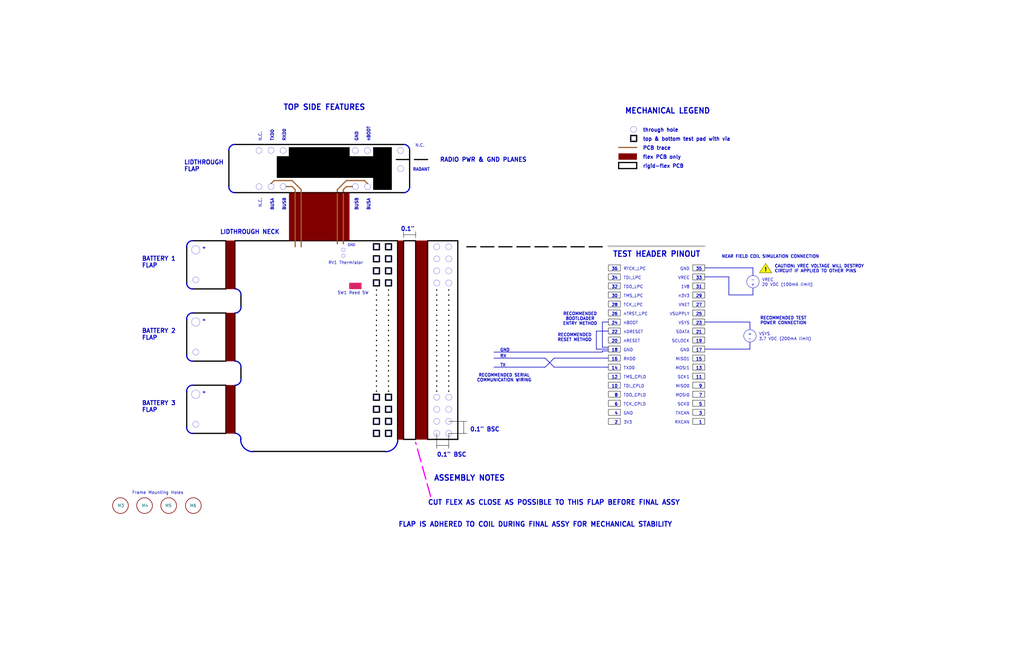
<source format=kicad_sch>
(kicad_sch (version 20231120) (generator "eeschema") (generator_version "8.0")
  (paper "B")
  (title_block (rev "-"))
  (lib_symbols
    (symbol "NNPS:Hole_4mm" (in_bom no)
      (property "Reference" "M" (at 0 0 0))
      (symbol "Hole_4mm_1_1"
        (circle (center 0 0) (radius 3.3118) (stroke (width 0.254)))
      )
    )
  )
  (polyline (pts (xy 106.68 190.5) (xy 162.56 190.5)) (stroke (width 0.508) (type solid) (color 0 0 0 1)))
  (polyline (pts (xy 153.67 76.2) (xy 146.05 76.2)) (stroke (width 0.508) (type solid) (color 159 97 46 1)))
  (polyline (pts (xy 96.52 78.74) (xy 96.52 63.5)) (stroke (width 0.508) (type solid) (color 0 0 0 1)))
  (polyline (pts (xy 193.04 185.42) (xy 193.04 101.6)) (stroke (width 0.508) (type solid) (color 0 0 0 1)))
  (polyline (pts (xy 251.46 139.7) (xy 251.46 147.32)) (stroke (width 0.254)))
  (polyline (pts (xy 184.15 165.1) (xy 184.15 121.92)) (stroke (width 0.508) (type dot) (color 0 0 0 1)))
  (polyline (pts (xy 317.5 121.666) (xy 317.5 124.46)) (stroke (width 0.254)))
  (polyline (pts (xy 268.478 62.23) (xy 260.858 62.23)) (stroke (width 0.508) (type solid) (color 159 97 46 1)))
  (polyline (pts (xy 78.74 119.38) (xy 78.74 104.14)) (stroke (width 0.508) (type solid) (color 0 0 0 1)))
  (polyline (pts (xy 154.94 77.47) (xy 153.67 76.2)) (stroke (width 0.508) (type solid) (color 159 97 46 1)))
  (polyline (pts (xy 316.23 135.89) (xy 316.23 138.938)) (stroke (width 0.254)))
  (polyline (pts (xy 189.23 189.23) (xy 189.23 182.88)) (stroke (width 0) (type solid) (color 0 0 0 1)))
  (polyline (pts (xy 95.25 121.92) (xy 95.25 101.6)) (stroke (width 0.508) (type solid) (color 0 0 0 1)))
  (polyline (pts (xy 228.6 151.13) (xy 229.87 151.13)) (stroke (width 0.254)))
  (polyline (pts (xy 251.46 147.32) (xy 256.54 147.32)) (stroke (width 0.254)))
  (polyline (pts (xy 148.59 78.74) (xy 146.05 78.74)) (stroke (width 0.508) (type solid) (color 159 97 46 1)))
  (polyline (pts (xy 254 135.89) (xy 256.54 135.89)) (stroke (width 0.254)))
  (polyline (pts (xy 127 104.14) (xy 127 80.01)) (stroke (width 0.508) (type solid) (color 159 97 46 1)))
  (polyline (pts (xy 175.26 99.06) (xy 170.18 99.06)) (stroke (width 0) (type solid) (color 0 0 0 1)))
  (polyline (pts (xy 123.19 76.2) (xy 115.57 76.2)) (stroke (width 0.508) (type solid) (color 159 97 46 1)))
  (polyline (pts (xy 123.19 78.74) (xy 120.65 78.74)) (stroke (width 0.508) (type solid) (color 159 97 46 1)))
  (polyline (pts (xy 254 148.59) (xy 254 148.082)) (stroke (width 0.254)))
  (polyline (pts (xy 228.6 154.94) (xy 229.87 154.94)) (stroke (width 0.254)))
  (polyline (pts (xy 167.64 185.42) (xy 167.64 101.6)) (stroke (width 0.508) (type solid) (color 0 0 0 1)))
  (polyline (pts (xy 184.15 189.23) (xy 184.15 182.88)) (stroke (width 0) (type solid) (color 0 0 0 1)))
  (polyline (pts (xy 254 135.89) (xy 254 146.558)) (stroke (width 0.254)))
  (polyline (pts (xy 208.28 148.59) (xy 254 148.59)) (stroke (width 0.254)))
  (polyline (pts (xy 196.85 182.88) (xy 189.23 182.88)) (stroke (width 0) (type solid) (color 0 0 0 1)))
  (polyline (pts (xy 99.06 60.96) (xy 170.18 60.96)) (stroke (width 0.508) (type solid) (color 0 0 0 1)))
  (polyline (pts (xy 170.18 185.42) (xy 170.18 101.6)) (stroke (width 0.508) (type solid) (color 0 0 0 1)))
  (polyline (pts (xy 208.28 154.94) (xy 228.6 154.94)) (stroke (width 0.254)))
  (polyline (pts (xy 99.06 101.6) (xy 167.64 101.6)) (stroke (width 0.508) (type solid) (color 0 0 0 1)))
  (polyline (pts (xy 95.25 182.88) (xy 95.25 162.56)) (stroke (width 0.508) (type solid) (color 0 0 0 1)))
  (polyline (pts (xy 101.6 129.54) (xy 101.6 124.46)) (stroke (width 0.508) (type solid) (color 0 0 0 1)))
  (polyline (pts (xy 317.5 124.46) (xy 307.34 124.46)) (stroke (width 0.254)))
  (polyline (pts (xy 170.18 185.42) (xy 175.26 185.42)) (stroke (width 0.508) (type solid) (color 0 0 0 1)))
  (polyline (pts (xy 233.68 154.94) (xy 256.54 154.94)) (stroke (width 0.254)))
  (polyline (pts (xy 95.25 152.4) (xy 95.25 132.08)) (stroke (width 0.508) (type solid) (color 0 0 0 1)))
  (polyline (pts (xy 81.28 121.92) (xy 95.25 121.92)) (stroke (width 0.508) (type solid) (color 0 0 0 1)))
  (polyline (pts (xy 297.18 135.89) (xy 316.23 135.89)) (stroke (width 0.254)))
  (polyline (pts (xy 189.23 165.1) (xy 189.23 121.92)) (stroke (width 0.508) (type dot) (color 0 0 0 1)))
  (polyline (pts (xy 123.19 78.74) (xy 124.46 80.01)) (stroke (width 0.508) (type solid) (color 159 97 46 1)))
  (polyline (pts (xy 170.18 101.6) (xy 175.26 101.6)) (stroke (width 0.508) (type solid) (color 0 0 0 1)))
  (polyline (pts (xy 320.294 115.062) (xy 325.374 115.062)) (stroke (width 0.254) (type solid) (color 0 0 0 1)))
  (polyline (pts (xy 322.834 111.252) (xy 320.294 115.062)) (stroke (width 0.254) (type solid) (color 0 0 0 1)))
  (polyline (pts (xy 81.28 162.56) (xy 95.25 162.56)) (stroke (width 0.508) (type solid) (color 0 0 0 1)))
  (polyline (pts (xy 195.58 177.8) (xy 195.58 182.88)) (stroke (width 0) (type solid) (color 0 0 0 1)))
  (polyline (pts (xy 268.478 68.58) (xy 260.858 68.58)) (stroke (width 0.508) (type solid) (color 0 0 0 1)))
  (polyline (pts (xy 81.28 182.88) (xy 95.25 182.88)) (stroke (width 0.508) (type solid) (color 0 0 0 1)))
  (polyline (pts (xy 297.18 113.03) (xy 317.5 113.03)) (stroke (width 0.254)))
  (polyline (pts (xy 99.06 121.92) (xy 99.06 101.6)) (stroke (width 0.508) (type solid) (color 0 0 0 1)))
  (polyline (pts (xy 260.858 71.12) (xy 260.858 68.58)) (stroke (width 0.508) (type solid) (color 0 0 0 1)))
  (polyline (pts (xy 81.28 152.4) (xy 95.25 152.4)) (stroke (width 0.508) (type solid) (color 0 0 0 1)))
  (polyline (pts (xy 142.24 102.87) (xy 142.24 80.01)) (stroke (width 0.508) (type solid) (color 159 97 46 1)))
  (polyline (pts (xy 123.19 76.2) (xy 127 80.01)) (stroke (width 0.508) (type solid) (color 159 97 46 1)))
  (polyline (pts (xy 180.34 67.31) (xy 166.37 67.31)) (stroke (width 0.508) (type dash) (color 0 0 0 1)))
  (polyline (pts (xy 144.78 102.87) (xy 144.78 80.01)) (stroke (width 0.508) (type solid) (color 159 97 46 1)))
  (polyline (pts (xy 189.23 187.96) (xy 184.15 187.96)) (stroke (width 0) (type solid) (color 0 0 0 1)))
  (polyline (pts (xy 81.28 132.08) (xy 95.25 132.08)) (stroke (width 0.508) (type solid) (color 0 0 0 1)))
  (polyline (pts (xy 297.18 116.84) (xy 307.34 116.84)) (stroke (width 0.254)))
  (polyline (pts (xy 297.18 147.32) (xy 316.23 147.32)) (stroke (width 0.254)))
  (polyline (pts (xy 99.06 182.88) (xy 99.06 162.56)) (stroke (width 0.508) (type solid) (color 0 0 0 1)))
  (polyline (pts (xy 254 146.558) (xy 256.54 146.558)) (stroke (width 0.254)))
  (polyline (pts (xy 163.83 165.1) (xy 163.83 121.92)) (stroke (width 0.508) (type dot) (color 0 0 0 1)))
  (polyline (pts (xy 99.06 152.4) (xy 99.06 132.08)) (stroke (width 0.508) (type solid) (color 0 0 0 1)))
  (polyline (pts (xy 297.18 103.886) (xy 256.54 103.886)) (stroke (width 0.762) (type solid) (color 192 192 192 1)))
  (polyline (pts (xy 101.6 160.02) (xy 101.6 154.94)) (stroke (width 0.508) (type solid) (color 0 0 0 1)))
  (polyline (pts (xy 316.23 144.526) (xy 316.23 147.32)) (stroke (width 0.254)))
  (polyline (pts (xy 180.34 101.6) (xy 193.04 101.6)) (stroke (width 0.508) (type solid) (color 0 0 0 1)))
  (polyline (pts (xy 172.72 78.74) (xy 172.72 63.5)) (stroke (width 0.508) (type solid) (color 0 0 0 1)))
  (polyline (pts (xy 146.05 76.2) (xy 142.24 80.01)) (stroke (width 0.508) (type solid) (color 159 97 46 1)))
  (polyline (pts (xy 322.834 111.252) (xy 325.374 115.062)) (stroke (width 0.254) (type solid) (color 0 0 0 1)))
  (polyline (pts (xy 124.46 104.14) (xy 124.46 80.01)) (stroke (width 0.508) (type solid) (color 159 97 46 1)))
  (polyline (pts (xy 180.34 185.42) (xy 180.34 101.6)) (stroke (width 0.508) (type solid) (color 0 0 0 1)))
  (polyline (pts (xy 208.28 151.13) (xy 228.6 151.13)) (stroke (width 0.254)))
  (polyline (pts (xy 268.478 71.12) (xy 268.478 68.58)) (stroke (width 0.508) (type solid) (color 0 0 0 1)))
  (polyline (pts (xy 175.26 185.42) (xy 175.26 101.6)) (stroke (width 0.508) (type solid) (color 0 0 0 1)))
  (polyline (pts (xy 78.74 180.34) (xy 78.74 165.1)) (stroke (width 0.508) (type solid) (color 0 0 0 1)))
  (polyline (pts (xy 233.68 151.13) (xy 256.54 151.13)) (stroke (width 0.254)))
  (polyline (pts (xy 158.75 165.1) (xy 158.75 121.92)) (stroke (width 0.508) (type dot) (color 0 0 0 1)))
  (polyline (pts (xy 99.06 81.28) (xy 170.18 81.28)) (stroke (width 0.508) (type solid) (color 0 0 0 1)))
  (polyline (pts (xy 181.61 209.55) (xy 175.26 186.69)) (stroke (width 0.508) (type dash) (color 255 0 255 1)))
  (polyline (pts (xy 114.3 77.47) (xy 115.57 76.2)) (stroke (width 0.508) (type solid) (color 159 97 46 1)))
  (polyline (pts (xy 251.46 139.7) (xy 256.54 139.7)) (stroke (width 0.254)))
  (polyline (pts (xy 317.5 113.03) (xy 317.5 116.078)) (stroke (width 0.254)))
  (polyline (pts (xy 268.478 71.12) (xy 260.858 71.12)) (stroke (width 0.508) (type solid) (color 0 0 0 1)))
  (polyline (pts (xy 146.05 78.74) (xy 144.78 80.01)) (stroke (width 0.508) (type solid) (color 159 97 46 1)))
  (polyline (pts (xy 81.28 101.6) (xy 95.25 101.6)) (stroke (width 0.508) (type solid) (color 0 0 0 1)))
  (polyline (pts (xy 254 148.082) (xy 256.54 148.082)) (stroke (width 0.254)))
  (polyline (pts (xy 229.87 154.94) (xy 233.68 151.13)) (stroke (width 0.254)))
  (polyline (pts (xy 307.34 124.46) (xy 307.34 116.84)) (stroke (width 0.254)))
  (polyline (pts (xy 254 104.14) (xy 196.85 104.14)) (stroke (width 0.508) (type dash) (color 0 0 0 1)))
  (polyline (pts (xy 78.74 149.86) (xy 78.74 134.62)) (stroke (width 0.508) (type solid) (color 0 0 0 1)))
  (polyline (pts (xy 196.85 177.8) (xy 189.23 177.8)) (stroke (width 0) (type solid) (color 0 0 0 1)))
  (polyline (pts (xy 180.34 185.42) (xy 193.04 185.42)) (stroke (width 0.508) (type solid) (color 0 0 0 1)))
  (polyline (pts (xy 170.18 100.33) (xy 170.18 97.79)) (stroke (width 0) (type solid) (color 0 0 0 1)))
  (polyline (pts (xy 229.87 151.13) (xy 233.68 154.94)) (stroke (width 0.254)))
  (polyline (pts (xy 175.26 100.33) (xy 175.26 97.79)) (stroke (width 0) (type solid) (color 0 0 0 1)))
  (rectangle (start 160.02 118.11) (end 157.48 120.65) (stroke (width 0.508) (color 0 0 0 1)))
  (circle (center 149.86 63.5) (radius 1.27) (stroke (width 0.0001)))
  (arc (start 78.7081 165.1197) (mid 79.4393 163.3036) (end 81.2371 162.5284) (stroke (width 0.508)))
  (rectangle (start 261.62 123.19) (end 256.54 125.73) (stroke (width 0) (color 0 0 0 1)))
  (circle (center 82.55 148.59) (radius 1.27) (stroke (width 0.0001)))
  (rectangle (start 261.62 138.43) (end 256.54 140.97) (stroke (width 0) (color 0 0 0 1)))
  (circle (center 154.94 78.74) (radius 1.27) (stroke (width 0.0001)))
  (rectangle (start 165.1 166.37) (end 162.56 168.91) (stroke (width 0.508) (color 0 0 0 1)))
  (circle (center 316.23 141.732) (radius 2.6151))
  (circle (center 168.91 63.5) (radius 1.27) (stroke (width 0.0001)))
  (circle (center 82.55 166.37) (radius 1.778) (stroke (width 0.0001)))
  (circle (center 144.78 107.95) (radius 0.762) (stroke (width 0.0001)))
  (circle (center 189.23 104.14) (radius 1.27) (stroke (width 0.0001)))
  (rectangle (start 297.18 168.91) (end 292.1 171.45) (stroke (width 0) (color 0 0 0 1)))
  (rectangle (start 297.18 149.86) (end 292.1 152.4) (stroke (width 0) (color 0 0 0 1)))
  (circle (center 189.23 109.22) (radius 1.27) (stroke (width 0.0001)))
  (rectangle (start 261.62 153.67) (end 256.54 156.21) (stroke (width 0) (color 0 0 0 1)))
  (rectangle (start 292.1 142.24) (end 297.18 144.78) (stroke (width 0) (color 0 0 0 1)))
  (rectangle (start 297.18 130.81) (end 292.1 133.35) (stroke (width 0) (color 0 0 0 1)))
  (rectangle (start 160.02 171.45) (end 157.48 173.99) (stroke (width 0.508) (color 0 0 0 1)))
  (circle (center 163.83 109.22) (radius 1.016) (stroke (width 0.0001)))
  (rectangle (start 165.1 118.11) (end 162.56 120.65) (stroke (width 0.508) (color 0 0 0 1)))
  (circle (center 163.83 182.88) (radius 1.016) (stroke (width 0.0001)))
  (arc (start 99.0403 121.8881) (mid 100.8564 122.6193) (end 101.6316 124.4171) (stroke (width 0.508)))
  (circle (center 154.94 63.5) (radius 1.27) (stroke (width 0.0001)))
  (rectangle (start 165.1 181.61) (end 162.56 184.15) (stroke (width 0.508) (color 0 0 0 1)))
  (rectangle (start 297.18 165.1) (end 292.1 167.64) (stroke (width 0) (color 0 0 0 1)))
  (circle (center 149.86 78.74) (radius 1.27) (stroke (width 0.0001)))
  (circle (center 158.75 182.88) (radius 1.016) (stroke (width 0.0001)))
  (rectangle (start 261.62 127) (end 256.54 129.54) (stroke (width 0) (color 0 0 0 1)))
  (circle (center 109.22 78.74) (radius 1.27) (stroke (width 0.0001)))
  (rectangle (start 160.02 113.03) (end 157.48 115.57) (stroke (width 0.508) (color 0 0 0 1)))
  (rectangle (start 261.62 157.48) (end 256.54 160.02) (stroke (width 0) (color 0 0 0 1)))
  (rectangle (start 160.02 107.95) (end 157.48 110.49) (stroke (width 0.508) (color 0 0 0 1)))
  (rectangle (start 256.54 119.38) (end 261.62 121.92) (stroke (width 0) (color 0 0 0 1)))
  (arc (start 78.7081 104.1597) (mid 79.4393 102.3436) (end 81.2371 101.5684) (stroke (width 0.508)))
  (rectangle (start 297.18 138.43) (end 292.1 140.97) (stroke (width 0) (color 0 0 0 1)))
  (circle (center 119.38 63.5) (radius 1.27) (stroke (width 0.0001)))
  (rectangle (start 99.06 162.56) (end 95.25 182.88) (stroke (width 0) (color 128 0 0 1)) (fill (type color) (color 128 0 0 1)))
  (arc (start 78.7081 134.6397) (mid 79.4393 132.8236) (end 81.2371 132.0484) (stroke (width 0.508)))
  (circle (center 189.23 167.64) (radius 1.27) (stroke (width 0.0001)))
  (circle (center 144.78 105.41) (radius 0.762) (stroke (width 0.0001)))
  (circle (center 184.15 172.72) (radius 1.27) (stroke (width 0.0001)))
  (rectangle (start 268.478 64.77) (end 260.858 67.31) (stroke (width 0) (color 128 0 0 1)) (fill (type color) (color 128 0 0 1)))
  (circle (center 163.83 119.38) (radius 1.016) (stroke (width 0.0001)))
  (rectangle (start 261.62 172.72) (end 256.54 175.26) (stroke (width 0) (color 0 0 0 1)))
  (circle (center 189.23 172.72) (radius 1.27) (stroke (width 0.0001)))
  (arc (start 81.2997 152.4319) (mid 79.4836 151.7007) (end 78.7084 149.9029) (stroke (width 0.508)))
  (circle (center 158.75 167.64) (radius 1.016) (stroke (width 0.0001)))
  (rectangle (start 297.18 127) (end 292.1 129.54) (stroke (width 0) (color 0 0 0 1)))
  (circle (center 189.23 182.88) (radius 1.27) (stroke (width 0.0001)))
  (rectangle (start 261.62 115.57) (end 256.54 118.11) (stroke (width 0) (color 0 0 0 1)))
  (rectangle (start 99.06 132.08) (end 95.25 152.4) (stroke (width 0) (color 128 0 0 1)) (fill (type color) (color 128 0 0 1)))
  (arc (start 96.4881 63.5197) (mid 97.2193 61.7036) (end 99.0171 60.9284) (stroke (width 0.508)))
  (rectangle (start 261.62 149.86) (end 256.54 152.4) (stroke (width 0) (color 0 0 0 1)))
  (rectangle (start 99.06 101.6) (end 95.25 121.92) (stroke (width 0) (color 128 0 0 1)) (fill (type color) (color 128 0 0 1)))
  (rectangle (start 261.62 176.53) (end 256.54 179.07) (stroke (width 0) (color 0 0 0 1)))
  (arc (start 106.68 190.61) (mid 102.9719 189.0512) (end 101.4911 185.3113) (stroke (width 0.508)))
  (arc (start 167.75 185.42) (mid 166.1912 189.1281) (end 162.4513 190.6089) (stroke (width 0.508)))
  (circle (center 114.3 78.74) (radius 1.27) (stroke (width 0.0001)))
  (rectangle (start 165.1 171.45) (end 162.56 173.99) (stroke (width 0.508) (color 0 0 0 1)))
  (arc (start 99.0797 81.3119) (mid 97.2636 80.5807) (end 96.4884 78.7829) (stroke (width 0.508)))
  (circle (center 184.15 114.3) (radius 1.27) (stroke (width 0.0001)))
  (circle (center 184.15 177.8) (radius 1.27) (stroke (width 0.0001)))
  (circle (center 158.75 172.72) (radius 1.016) (stroke (width 0.0001)))
  (rectangle (start 297.18 111.76) (end 292.1 114.3) (stroke (width 0) (color 0 0 0 1)))
  (circle (center 184.15 119.38) (radius 1.27) (stroke (width 0.0001)))
  (rectangle (start 297.18 153.67) (end 292.1 156.21) (stroke (width 0) (color 0 0 0 1)))
  (arc (start 101.6319 160.0003) (mid 100.9007 161.8164) (end 99.1029 162.5916) (stroke (width 0.508)))
  (arc (start 99.0403 152.3681) (mid 100.8564 153.0993) (end 101.6316 154.8971) (stroke (width 0.508)))
  (arc (start 101.6319 129.5203) (mid 100.9007 131.3364) (end 99.1029 132.1116) (stroke (width 0.508)))
  (rectangle (start 261.62 142.24) (end 256.54 144.78) (stroke (width 0) (color 0 0 0 1)))
  (rectangle (start 165.1 107.95) (end 162.56 110.49) (stroke (width 0.508) (color 0 0 0 1)))
  (rectangle (start 268.478 57.15) (end 265.938 59.69) (stroke (width 0.508) (color 0 0 0 1)))
  (arc (start 99.0403 182.8481) (mid 100.8564 183.5793) (end 101.6316 185.3771) (stroke (width 0.508)))
  (rectangle (start 261.62 161.29) (end 256.54 163.83) (stroke (width 0) (color 0 0 0 1)))
  (rectangle (start 297.18 172.72) (end 292.1 175.26) (stroke (width 0) (color 0 0 0 1)))
  (rectangle (start 297.18 119.38) (end 292.1 121.92) (stroke (width 0) (color 0 0 0 1)))
  (circle (center 189.23 119.38) (radius 1.27) (stroke (width 0.0001)))
  (rectangle (start 165.1 176.53) (end 162.56 179.07) (stroke (width 0.508) (color 0 0 0 1)))
  (circle (center 82.55 118.11) (radius 1.27) (stroke (width 0.0001)))
  (rectangle (start 297.18 157.48) (end 292.1 160.02) (stroke (width 0) (color 0 0 0 1)))
  (circle (center 158.75 114.3) (radius 1.016) (stroke (width 0.0001)))
  (rectangle (start 297.18 146.05) (end 292.1 148.59) (stroke (width 0) (color 0 0 0 1)))
  (circle (center 163.83 114.3) (radius 1.016) (stroke (width 0.0001)))
  (rectangle (start 147.32 81.28) (end 121.92 101.6) (stroke (width 0) (color 128 0 0 1)) (fill (type color) (color 128 0 0 1)))
  (circle (center 82.55 135.89) (radius 1.778) (stroke (width 0.0001)))
  (rectangle (start 297.18 115.57) (end 292.1 118.11) (stroke (width 0) (color 0 0 0 1)))
  (arc (start 170.1603 60.9281) (mid 171.9764 61.6593) (end 172.7516 63.4571) (stroke (width 0.508)))
  (circle (center 158.75 104.14) (radius 1.016) (stroke (width 0.0001)))
  (circle (center 189.23 177.8) (radius 1.27) (stroke (width 0.0001)))
  (circle (center 184.15 182.88) (radius 1.27) (stroke (width 0.0001)))
  (circle (center 168.91 71.12) (radius 1.27) (stroke (width 0.0001)))
  (rectangle (start 170.18 101.6) (end 167.64 185.42) (stroke (width 0) (color 128 0 0 1)) (fill (type color) (color 128 0 0 1)))
  (circle (center 158.75 119.38) (radius 1.016) (stroke (width 0.0001)))
  (circle (center 82.55 105.41) (radius 1.778) (stroke (width 0.0001)))
  (circle (center 184.15 104.14) (radius 1.27) (stroke (width 0.0001)))
  (circle (center 184.15 109.22) (radius 1.27) (stroke (width 0.0001)))
  (circle (center 82.55 179.07) (radius 1.27) (stroke (width 0.0001)))
  (circle (center 158.75 109.22) (radius 1.016) (stroke (width 0.0001)))
  (circle (center 163.83 177.8) (radius 1.016) (stroke (width 0.0001)))
  (rectangle (start 256.54 111.76) (end 261.62 114.3) (stroke (width 0) (color 0 0 0 1)))
  (circle (center 184.15 167.64) (radius 1.27) (stroke (width 0.0001)))
  (circle (center 267.208 54.61) (radius 1.27) (stroke (width 0.0001)))
  (circle (center 109.22 63.5) (radius 1.27) (stroke (width 0.0001)))
  (rectangle (start 297.18 161.29) (end 292.1 163.83) (stroke (width 0) (color 0 0 0 1)))
  (rectangle (start 165.1 62.23) (end 157.48 80.01) (stroke (width 0.254) (color 0 0 0 1)) (fill (type color) (color 0 0 0 1)))
  (circle (center 114.3 63.5) (radius 1.27) (stroke (width 0.0001)))
  (rectangle (start 165.1 102.87) (end 162.56 105.41) (stroke (width 0.508) (color 0 0 0 1)))
  (rectangle (start 261.62 146.05) (end 256.54 148.59) (stroke (width 0) (color 0 0 0 1)))
  (circle (center 189.23 114.3) (radius 1.27) (stroke (width 0.0001)))
  (polyline (pts (xy 320.294 115.062) (xy 322.834 111.252) (xy 325.374 115.062) (xy 320.294 115.062)) (stroke (width 0) (type solid) (color 255 255 0 1)) (fill (type color) (color 255 255 0 1)))
  (rectangle (start 147.32 62.23) (end 121.92 66.04) (stroke (width 0.254) (color 0 0 0 1)) (fill (type color) (color 0 0 0 1)))
  (rectangle (start 157.48 66.04) (end 116.84 74.93) (stroke (width 0.254) (color 0 0 0 1)) (fill (type color) (color 0 0 0 1)))
  (rectangle (start 152.4 119.38) (end 147.32 121.92) (stroke (width 0) (color 218 36 103 1)) (fill (type color) (color 218 36 103 1)))
  (rectangle (start 261.62 134.62) (end 256.54 137.16) (stroke (width 0) (color 0 0 0 1)))
  (rectangle (start 160.02 181.61) (end 157.48 184.15) (stroke (width 0.508) (color 0 0 0 1)))
  (rectangle (start 180.34 101.6) (end 175.26 185.42) (stroke (width 0) (color 128 0 0 1)) (fill (type color) (color 128 0 0 1)))
  (rectangle (start 297.18 176.53) (end 292.1 179.07) (stroke (width 0) (color 0 0 0 1)))
  (rectangle (start 160.02 102.87) (end 157.48 105.41) (stroke (width 0.508) (color 0 0 0 1)))
  (rectangle (start 160.02 166.37) (end 157.48 168.91) (stroke (width 0.508) (color 0 0 0 1)))
  (rectangle (start 261.62 130.81) (end 256.54 133.35) (stroke (width 0) (color 0 0 0 1)))
  (circle (center 163.83 104.14) (radius 1.016) (stroke (width 0.0001)))
  (circle (center 163.83 167.64) (radius 1.016) (stroke (width 0.0001)))
  (rectangle (start 261.62 168.91) (end 256.54 171.45) (stroke (width 0) (color 0 0 0 1)))
  (arc (start 172.7519 78.7203) (mid 172.0207 80.5364) (end 170.2229 81.3116) (stroke (width 0.508)))
  (circle (center 317.5 118.872) (radius 2.6151))
  (circle (center 119.38 78.74) (radius 1.27) (stroke (width 0.0001)))
  (arc (start 81.2997 182.9119) (mid 79.4836 182.1807) (end 78.7084 180.3829) (stroke (width 0.508)))
  (circle (center 163.83 172.72) (radius 1.016) (stroke (width 0.0001)))
  (rectangle (start 160.02 176.53) (end 157.48 179.07) (stroke (width 0.508) (color 0 0 0 1)))
  (rectangle (start 165.1 113.03) (end 162.56 115.57) (stroke (width 0.508) (color 0 0 0 1)))
  (arc (start 81.2997 121.9519) (mid 79.4836 121.2207) (end 78.7084 119.4229) (stroke (width 0.508)))
  (circle (center 158.75 177.8) (radius 1.016) (stroke (width 0.0001)))
  (rectangle (start 261.62 165.1) (end 256.54 167.64) (stroke (width 0) (color 0 0 0 1)))
  (rectangle (start 297.18 134.62) (end 292.1 137.16) (stroke (width 0) (color 0 0 0 1)))
  (rectangle (start 297.18 123.19) (end 292.1 125.73) (stroke (width 0) (color 0 0 0 1)))
  (circle (center 267.208 58.42) (radius 1.016) (stroke (width 0.0001)))
  (text_box "BATTERY 2 FLAP" (at 76.2 137.16 0) (size -17.78 7.62) (stroke (width -0.0001) (color 0 0 0 1)) (effects (font (size 1.778 1.778) (bold yes)) (justify left top)))
  (text_box "LIDTHROUGH FLAP" (at 96.52 66.04 0) (size -20.32 7.62) (stroke (width -0.0001) (color 0 0 0 1)) (effects (font (size 1.778 1.778) (bold yes)) (justify left top)))
  (text_box "VREC\n20 VDC (100mA limit)" (at 320.294 115.062 0) (size 24.384 7.874) (stroke (width -0.0001)) (effects (font (size 1.27 1.27)) (justify left)))
  (text_box "CAUTION: VREC VOLTAGE WILL DESTROY CIRCUIT IF APPLIED TO OTHER PINS" (at 325.628 110.49 0) (size 43.18 5.08) (stroke (width -0.0001) (color 0 0 0 1)) (effects (font (size 1.27 1.27) (bold yes)) (justify left top)))
  (text_box "BATTERY 1 FLAP" (at 76.2 106.68 0) (size -17.78 7.62) (stroke (width -0.0001) (color 0 0 0 1)) (effects (font (size 1.778 1.778) (bold yes)) (justify left top)))
  (text_box "NEAR FIELD COIL SIMULATION CONNECTION" (at 303.276 106.426 0) (size 44.704 3.556) (stroke (width -0.0001) (color 0 0 0 1)) (effects (font (size 1.27 1.27) (bold yes)) (justify left top)))
  (text_box "RECOMMENDED TEST POWER CONNECTION" (at 317.754 131.064 0) (size 25.146 8.128) (stroke (width -0.0001) (color 0 0 0 1)) (effects (font (size 1.27 1.27) (bold yes))))
  (text_box "RECOMMENDED RESET METHOD" (at 233.426 139.192 0) (size 17.78 6.096) (stroke (width -0.0001) (color 0 0 0 1)) (effects (font (size 1.27 1.27) (bold yes))))
  (text_box "RECOMMENDED SERIAL COMMUNICATION WIRING" (at 199.644 156.21 0) (size 25.908 6.096) (stroke (width -0.0001) (color 0 0 0 1)) (effects (font (size 1.27 1.27) (bold yes))))
  (text_box "FLAP IS ADHERED TO COIL DURING FINAL ASSY FOR MECHANICAL STABILITY" (at 308.61 218.44 0) (size -142.24 3.81) (stroke (width -0.0001) (color 0 0 0 1)) (effects (font (size 2.032 2.032) (bold yes)) (justify left top)))
  (text_box "VSYS\n3.7 VDC (200mA limit)" (at 319.024 137.922 0) (size 24.384 7.874) (stroke (width -0.0001)) (effects (font (size 1.27 1.27)) (justify left)))
  (text_box "BATTERY 3 FLAP" (at 76.2 167.64 0) (size -17.78 7.62) (stroke (width -0.0001) (color 0 0 0 1)) (effects (font (size 1.778 1.778) (bold yes)) (justify left top)))
  (text_box "-\n+" (at 314.706 116.078 0) (size 5.588 5.842) (stroke (width -0.0001)) (effects (font (size 1.27 1.27))))
  (text_box "+\n-" (at 313.436 138.938 0) (size 5.588 5.842) (stroke (width -0.0001)) (effects (font (size 1.27 1.27))))
  (text_box "RECOMMENDED BOOTLOADER ENTRY METHOD" (at 235.712 130.556 0) (size 17.78 7.62) (stroke (width -0.0001) (color 0 0 0 1)) (effects (font (size 1.27 1.27) (bold yes))))
  (text "ASSEMBLY NOTES" (at 182.88 203.2 0) (effects (font (size 2.286 2.286) (bold yes)) (justify left bottom)))
  (text "TX" (at 210.82 154.94 0) (effects (font (size 1.27 1.27) (bold yes)) (justify left bottom)))
  (text "22" (at 257.81 140.97 0) (effects (font (size 1.27 1.27) (bold yes)) (justify left bottom)))
  (text "nRESET" (at 262.89 144.78 0) (effects (font (size 1.27 1.27)) (justify left bottom)))
  (text "0.1\"" (at 168.91 97.79 0) (effects (font (size 1.778 1.778) (bold yes)) (justify left bottom)))
  (text "TMS_LPC" (at 262.89 125.73 0) (effects (font (size 1.27 1.27)) (justify left bottom)))
  (text "RXD0" (at 262.89 152.4 0) (effects (font (size 1.27 1.27)) (justify left bottom)))
  (text "4" (at 259.08 175.26 0) (effects (font (size 1.27 1.27) (bold yes)) (justify left bottom)))
  (text "VREC" (at 290.83 118.11 0) (effects (font (size 1.27 1.27)) (justify right bottom)))
  (text "32" (at 257.81 121.92 0) (effects (font (size 1.27 1.27) (bold yes)) (justify left bottom)))
  (text "TCK_CPLD" (at 262.89 171.45 0) (effects (font (size 1.27 1.27)) (justify left bottom)))
  (text "30" (at 257.81 125.73 0) (effects (font (size 1.27 1.27) (bold yes)) (justify left bottom)))
  (text "SDATA" (at 290.83 140.97 0) (effects (font (size 1.27 1.27)) (justify right bottom)))
  (text "GND" (at 290.83 114.3 0) (effects (font (size 1.27 1.27)) (justify right bottom)))
  (text "SCK0" (at 290.83 171.45 0) (effects (font (size 1.27 1.27)) (justify right bottom)))
  (text "29" (at 293.37 125.73 0) (effects (font (size 1.27 1.27) (bold yes)) (justify left bottom)))
  (text "TDI_LPC" (at 262.89 118.11 0) (effects (font (size 1.27 1.27)) (justify left bottom)))
  (text "CUT FLEX AS CLOSE AS POSSIBLE TO THIS FLAP BEFORE FINAL ASSY" (at 180.34 213.36 0) (effects (font (size 2.032 2.032) (bold yes)) (justify left bottom)))
  (text "TEST HEADER PINOUT" (at 258.318 108.712 0) (effects (font (size 2.286 2.286) (bold yes)) (justify left bottom)))
  (text "+" (at 85.09 166.37 0) (effects (font (size 1.27 1.27) (bold yes)) (justify left bottom)))
  (text "RADANT" (at 173.99 72.39 0) (effects (font (size 1.27 1.27) (bold yes)) (justify left bottom)))
  (text "Frame Mounting Holes" (at 66.548 208.026 0) (effects (font (size 1.27 1.27))))
  (text "21" (at 293.37 140.97 0) (effects (font (size 1.27 1.27) (bold yes)) (justify left bottom)))
  (text "3V3" (at 262.89 179.07 0) (effects (font (size 1.27 1.27)) (justify left bottom)))
  (text "TXCAN" (at 290.83 175.26 0) (effects (font (size 1.27 1.27)) (justify right bottom)))
  (text "TMS_CPLD" (at 262.89 160.02 0) (effects (font (size 1.27 1.27)) (justify left bottom)))
  (text "VSUPPLY" (at 290.83 133.35 0) (effects (font (size 1.27 1.27)) (justify right bottom)))
  (text "13" (at 293.37 156.21 0) (effects (font (size 1.27 1.27) (bold yes)) (justify left bottom)))
  (text "TOP SIDE FEATURES" (at 119.38 46.736 0) (effects (font (size 2.286 2.286) (bold yes)) (justify left bottom)))
  (text "top & bottom test pad with via" (at 271.018 59.69 0) (effects (font (size 1.524 1.524) (bold yes)) (justify left bottom)))
  (text "TDO_LPC" (at 262.89 121.92 0) (effects (font (size 1.27 1.27)) (justify left bottom)))
  (text "BUSA" (at 115.57 88.9 90) (effects (font (size 1.27 1.27) (bold yes)) (justify left bottom)))
  (text "31" (at 293.37 121.92 0) (effects (font (size 1.27 1.27) (bold yes)) (justify left bottom)))
  (text "9" (at 294.64 163.83 0) (effects (font (size 1.27 1.27) (bold yes)) (justify left bottom)))
  (text "nBOOT" (at 262.89 137.16 0) (effects (font (size 1.27 1.27)) (justify left bottom)))
  (text "GND" (at 262.89 148.59 0) (effects (font (size 1.27 1.27)) (justify left bottom)))
  (text "VSYS" (at 290.83 137.16 0) (effects (font (size 1.27 1.27)) (justify right bottom)))
  (text "27" (at 293.37 129.54 0) (effects (font (size 1.27 1.27) (bold yes)) (justify left bottom)))
  (text "1" (at 294.64 179.07 0) (effects (font (size 1.27 1.27) (bold yes)) (justify left bottom)))
  (text "VNET" (at 290.83 129.54 0) (effects (font (size 1.27 1.27)) (justify right bottom)))
  (text "RADIO PWR & GND PLANES" (at 185.42 68.58 0) (effects (font (size 1.778 1.778) (bold yes)) (justify left bottom)))
  (text "MOSI1" (at 290.83 156.21 0) (effects (font (size 1.27 1.27)) (justify right bottom)))
  (text "PCB trace" (at 271.018 63.5 0) (effects (font (size 1.524 1.524) (bold yes)) (justify left bottom)))
  (text "1V8" (at 290.83 121.92 0) (effects (font (size 1.27 1.27)) (justify right bottom)))
  (text "5" (at 294.64 171.45 0) (effects (font (size 1.27 1.27) (bold yes)) (justify left bottom)))
  (text "MISO0" (at 290.83 163.83 0) (effects (font (size 1.27 1.27)) (justify right bottom)))
  (text "GND" (at 149.86 104.14 0) (effects (font (size 1.016 1.016)) (justify right bottom)))
  (text "14" (at 257.81 156.21 0) (effects (font (size 1.27 1.27) (bold yes)) (justify left bottom)))
  (text "RXD0" (at 120.65 59.69 90) (effects (font (size 1.27 1.27) (bold yes)) (justify left bottom)))
  (text "20" (at 257.81 144.78 0) (effects (font (size 1.27 1.27) (bold yes)) (justify left bottom)))
  (text "TDI_CPLD" (at 262.89 163.83 0) (effects (font (size 1.27 1.27)) (justify left bottom)))
  (text "+" (at 85.09 135.89 0) (effects (font (size 1.27 1.27) (bold yes)) (justify left bottom)))
  (text "33" (at 293.37 118.11 0) (effects (font (size 1.27 1.27) (bold yes)) (justify left bottom)))
  (text "rigid-flex PCB" (at 271.018 71.12 0) (effects (font (size 1.524 1.524) (bold yes)) (justify left bottom)))
  (text "24" (at 257.81 137.16 0) (effects (font (size 1.27 1.27) (bold yes)) (justify left bottom)))
  (text "n3V3" (at 290.83 125.73 0) (effects (font (size 1.27 1.27)) (justify right bottom)))
  (text "28" (at 257.81 129.54 0) (effects (font (size 1.27 1.27) (bold yes)) (justify left bottom)))
  (text "N.C." (at 179.07 62.23 0) (effects (font (size 1.27 1.27)) (justify right bottom)))
  (text "nDRESET" (at 262.89 140.97 0) (effects (font (size 1.27 1.27)) (justify left bottom)))
  (text "BUSA" (at 156.21 88.9 90) (effects (font (size 1.27 1.27) (bold yes)) (justify left bottom)))
  (text "SCK1" (at 290.83 160.02 0) (effects (font (size 1.27 1.27)) (justify right bottom)))
  (text "nTRST_LPC" (at 262.89 133.35 0) (effects (font (size 1.27 1.27)) (justify left bottom)))
  (text "GND" (at 290.83 148.59 0) (effects (font (size 1.27 1.27)) (justify right bottom)))
  (text "N.C." (at 110.49 59.69 90) (effects (font (size 1.27 1.27)) (justify left bottom)))
  (text "nBOOT" (at 156.21 59.69 90) (effects (font (size 1.27 1.27) (bold yes)) (justify left bottom)))
  (text "RX" (at 210.82 151.13 0) (effects (font (size 1.27 1.27) (bold yes)) (justify left bottom)))
  (text "2" (at 259.08 179.07 0) (effects (font (size 1.27 1.27) (bold yes)) (justify left bottom)))
  (text "SW1 Reed SW" (at 142.24 124.46 0) (effects (font (size 1.27 1.27)) (justify left bottom)))
  (text "TCK_LPC" (at 262.89 129.54 0) (effects (font (size 1.27 1.27)) (justify left bottom)))
  (text "RTCK_LPC" (at 262.89 114.3 0) (effects (font (size 1.27 1.27)) (justify left bottom)))
  (text "LIDTHROUGH NECK" (at 92.71 99.06 0) (effects (font (size 1.778 1.778) (bold yes)) (justify left bottom)))
  (text "17" (at 293.37 148.59 0) (effects (font (size 1.27 1.27) (bold yes)) (justify left bottom)))
  (text "25" (at 293.37 133.35 0) (effects (font (size 1.27 1.27) (bold yes)) (justify left bottom)))
  (text "11" (at 293.37 160.02 0) (effects (font (size 1.27 1.27) (bold yes)) (justify left bottom)))
  (text "+" (at 85.09 105.41 0) (effects (font (size 1.27 1.27) (bold yes)) (justify left bottom)))
  (text "12" (at 257.81 160.02 0) (effects (font (size 1.27 1.27) (bold yes)) (justify left bottom)))
  (text "RV1 Thermistor" (at 138.43 111.76 0) (effects (font (size 1.27 1.27)) (justify left bottom)))
  (text "BUSB" (at 151.13 88.9 90) (effects (font (size 1.27 1.27) (bold yes)) (justify left bottom)))
  (text "15" (at 293.37 152.4 0) (effects (font (size 1.27 1.27) (bold yes)) (justify left bottom)))
  (text "26" (at 257.81 133.35 0) (effects (font (size 1.27 1.27) (bold yes)) (justify left bottom)))
  (text "N.C." (at 110.49 87.63 90) (effects (font (size 1.27 1.27)) (justify left bottom)))
  (text "3" (at 294.64 175.26 0) (effects (font (size 1.27 1.27) (bold yes)) (justify left bottom)))
  (text "18" (at 257.81 148.59 0) (effects (font (size 1.27 1.27) (bold yes)) (justify left bottom)))
  (text "TDO_CPLD" (at 262.89 167.64 0) (effects (font (size 1.27 1.27)) (justify left bottom)))
  (text "34" (at 257.81 118.11 0) (effects (font (size 1.27 1.27) (bold yes)) (justify left bottom)))
  (text "MOSI0" (at 290.83 167.64 0) (effects (font (size 1.27 1.27)) (justify right bottom)))
  (text "TXD0" (at 115.57 59.69 90) (effects (font (size 1.27 1.27) (bold yes)) (justify left bottom)))
  (text "0.1\" BSC" (at 184.15 193.04 0) (effects (font (size 1.778 1.778) (bold yes)) (justify left bottom)))
  (text "36" (at 257.81 114.3 0) (effects (font (size 1.27 1.27) (bold yes)) (justify left bottom)))
  (text "MISO1" (at 290.83 152.4 0) (effects (font (size 1.27 1.27)) (justify right bottom)))
  (text "23" (at 293.37 137.16 0) (effects (font (size 1.27 1.27) (bold yes)) (justify left bottom)))
  (text "RXCAN" (at 290.83 179.07 0) (effects (font (size 1.27 1.27)) (justify right bottom)))
  (text "MECHANICAL LEGEND" (at 263.398 48.26 0) (effects (font (size 2.286 2.286) (bold yes)) (justify left bottom)))
  (text "GND" (at 210.82 148.59 0) (effects (font (size 1.27 1.27) (bold yes)) (justify left bottom)))
  (text "8" (at 259.08 167.64 0) (effects (font (size 1.27 1.27) (bold yes)) (justify left bottom)))
  (text "7" (at 294.64 167.64 0) (effects (font (size 1.27 1.27) (bold yes)) (justify left bottom)))
  (text "flex PCB only" (at 271.018 67.31 0) (effects (font (size 1.524 1.524) (bold yes)) (justify left bottom)))
  (text "16" (at 257.81 152.4 0) (effects (font (size 1.27 1.27) (bold yes)) (justify left bottom)))
  (text "35" (at 293.37 114.3 0) (effects (font (size 1.27 1.27) (bold yes)) (justify left bottom)))
  (text "6" (at 259.08 171.45 0) (effects (font (size 1.27 1.27) (bold yes)) (justify left bottom)))
  (text "GND" (at 262.89 175.26 0) (effects (font (size 1.27 1.27)) (justify left bottom)))
  (text "SCLOCK" (at 290.83 144.78 0) (effects (font (size 1.27 1.27)) (justify right bottom)))
  (text "10" (at 257.81 163.83 0) (effects (font (size 1.27 1.27) (bold yes)) (justify left bottom)))
  (text "19" (at 293.37 144.78 0) (effects (font (size 1.27 1.27) (bold yes)) (justify left bottom)))
  (text "!" (at 322.326 114.808 0) (effects (font (size 1.524 1.524) (bold yes)) (justify left bottom)))
  (text "TXD0" (at 262.89 156.21 0) (effects (font (size 1.27 1.27)) (justify left bottom)))
  (text "0.1\" BSC" (at 198.12 182.372 0) (effects (font (size 1.778 1.778) (bold yes)) (justify left bottom)))
  (text "GND" (at 151.13 59.69 90) (effects (font (size 1.27 1.27) (bold yes)) (justify left bottom)))
  (text "through hole" (at 271.018 55.88 0) (effects (font (size 1.524 1.524) (bold yes)) (justify left bottom)))
  (text "BUSB" (at 120.65 88.9 90) (effects (font (size 1.27 1.27) (bold yes)) (justify left bottom)))
  (symbol (lib_id "NNPS:Hole_4mm") (at 71.12 213.36 0) (unit 1) (exclude_from_sim yes) (in_bom no)
    (property "Reference" "M5" (at 69.596 213.36 0) (effects (justify left)))
    (property "Value" "Mire 2.00 mm" (effects (hide yes)))
    (property "Footprint" "NNPS:MIRE" (effects (hide yes)))
  )
  (symbol (lib_id "NNPS:Hole_4mm") (at 50.8 213.36 0) (unit 1) (exclude_from_sim yes) (in_bom no)
    (property "Reference" "M3" (at 49.53 213.36 0) (effects (justify left)))
    (property "Value" "Mire 2.00 mm" (effects (hide yes)))
    (property "Footprint" "NNPS:MIRE" (effects (hide yes)))
  )
  (symbol (lib_id "NNPS:Hole_4mm") (at 81.534 213.36 0) (unit 1) (exclude_from_sim yes) (in_bom no)
    (property "Reference" "M6" (at 80.01 213.36 0) (effects (justify left)))
    (property "Value" "Mire 2.00 mm" (effects (hide yes)))
    (property "Footprint" "NNPS:MIRE" (effects (hide yes)))
  )
  (symbol (lib_id "NNPS:Hole_4mm") (at 60.96 213.36 0) (unit 1) (exclude_from_sim yes) (in_bom no)
    (property "Reference" "M4" (at 59.69 213.36 0) (effects (justify left)))
    (property "Value" "Mire 2.00 mm" (effects (hide yes)))
    (property "Footprint" "NNPS:MIRE" (effects (hide yes)))
  )
)
</source>
